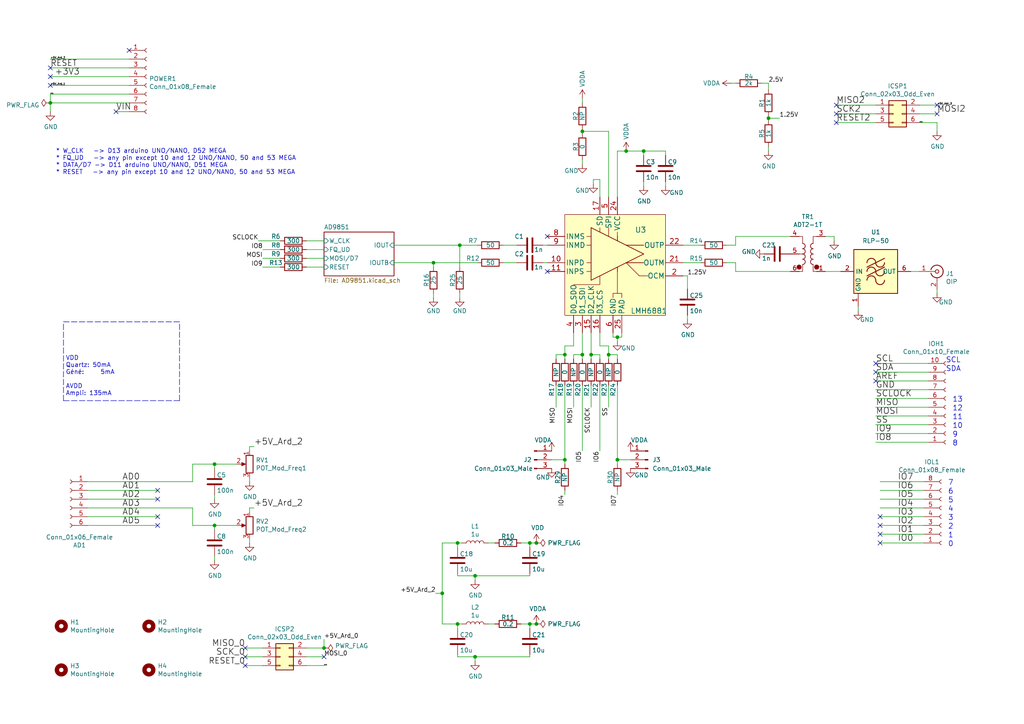
<source format=kicad_sch>
(kicad_sch (version 20211123) (generator eeschema)
  (paper "A4")
  (lib_symbols
    (symbol "Connector:Conn_01x03_Male" (pin_names (offset 1.016) hide)
      (property "Reference" "J" (at 0 5.08 0))
      (property "Value" "Conn_01x03_Male" (at 0 -5.08 0))
      (symbol "Conn_01x03_Male_1_1"
        (pin passive line (at 5.08 2.54 180) (length 3.81) (name "Pin_1") (number "1"))
        (pin passive line (at 5.08 0 180) (length 3.81) (name "Pin_2") (number "2"))
        (pin passive line (at 5.08 -2.54 180) (length 3.81) (name "Pin_3") (number "3"))
      )
    )
    (symbol "Connector:Conn_01x06_Female" (pin_names (offset 1.016) hide)
      (property "Reference" "J" (at 0 7.62 0))
      (property "Value" "Conn_01x06_Female" (at 0 -10.16 0))
      (symbol "Conn_01x06_Female_1_1"
        (pin passive line (at -5.08 5.08 0) (length 3.81) (name "Pin_1") (number "1"))
        (pin passive line (at -5.08 2.54 0) (length 3.81) (name "Pin_2") (number "2"))
        (pin passive line (at -5.08 0 0) (length 3.81) (name "Pin_3") (number "3"))
        (pin passive line (at -5.08 -2.54 0) (length 3.81) (name "Pin_4") (number "4"))
        (pin passive line (at -5.08 -5.08 0) (length 3.81) (name "Pin_5") (number "5"))
        (pin passive line (at -5.08 -7.62 0) (length 3.81) (name "Pin_6") (number "6"))
      )
    )
    (symbol "Connector:Conn_01x08_Female" (pin_names (offset 1.016) hide)
      (property "Reference" "J" (at 0 10.16 0))
      (property "Value" "Conn_01x08_Female" (at 0 -12.7 0))
      (symbol "Conn_01x08_Female_1_1"
        (pin passive line (at -5.08 7.62 0) (length 3.81) (name "Pin_1") (number "1"))
        (pin passive line (at -5.08 5.08 0) (length 3.81) (name "Pin_2") (number "2"))
        (pin passive line (at -5.08 2.54 0) (length 3.81) (name "Pin_3") (number "3"))
        (pin passive line (at -5.08 0 0) (length 3.81) (name "Pin_4") (number "4"))
        (pin passive line (at -5.08 -2.54 0) (length 3.81) (name "Pin_5") (number "5"))
        (pin passive line (at -5.08 -5.08 0) (length 3.81) (name "Pin_6") (number "6"))
        (pin passive line (at -5.08 -7.62 0) (length 3.81) (name "Pin_7") (number "7"))
        (pin passive line (at -5.08 -10.16 0) (length 3.81) (name "Pin_8") (number "8"))
      )
    )
    (symbol "Connector:Conn_01x10_Female" (pin_names (offset 1.016) hide)
      (property "Reference" "J" (at 0 12.7 0))
      (property "Value" "Conn_01x10_Female" (at 0 -15.24 0))
      (symbol "Conn_01x10_Female_1_1"
        (pin passive line (at -5.08 10.16 0) (length 3.81) (name "Pin_1") (number "1"))
        (pin passive line (at -5.08 -12.7 0) (length 3.81) (name "Pin_10") (number "10"))
        (pin passive line (at -5.08 7.62 0) (length 3.81) (name "Pin_2") (number "2"))
        (pin passive line (at -5.08 5.08 0) (length 3.81) (name "Pin_3") (number "3"))
        (pin passive line (at -5.08 2.54 0) (length 3.81) (name "Pin_4") (number "4"))
        (pin passive line (at -5.08 0 0) (length 3.81) (name "Pin_5") (number "5"))
        (pin passive line (at -5.08 -2.54 0) (length 3.81) (name "Pin_6") (number "6"))
        (pin passive line (at -5.08 -5.08 0) (length 3.81) (name "Pin_7") (number "7"))
        (pin passive line (at -5.08 -7.62 0) (length 3.81) (name "Pin_8") (number "8"))
        (pin passive line (at -5.08 -10.16 0) (length 3.81) (name "Pin_9") (number "9"))
      )
    )
    (symbol "Connector:Conn_Coaxial" (pin_names (offset 1.016) hide)
      (property "Reference" "J" (at 0.254 3.048 0))
      (property "Value" "Conn_Coaxial" (at 2.921 0 90))
      (symbol "Conn_Coaxial_1_1"
        (pin passive line (at -5.08 0 0) (length 2.54) (name "In") (number "1"))
        (pin passive line (at 0 -5.08 90) (length 2.54) (name "Ext") (number "2"))
      )
    )
    (symbol "Connector_Generic:Conn_02x03_Odd_Even" (pin_names (offset 1.016) hide)
      (property "Reference" "J" (at 1.27 5.08 0))
      (property "Value" "Conn_02x03_Odd_Even" (at 1.27 -5.08 0))
      (symbol "Conn_02x03_Odd_Even_1_1"
        (pin passive line (at -5.08 2.54 0) (length 3.81) (name "Pin_1") (number "1"))
        (pin passive line (at 7.62 2.54 180) (length 3.81) (name "Pin_2") (number "2"))
        (pin passive line (at -5.08 0 0) (length 3.81) (name "Pin_3") (number "3"))
        (pin passive line (at 7.62 0 180) (length 3.81) (name "Pin_4") (number "4"))
        (pin passive line (at -5.08 -2.54 0) (length 3.81) (name "Pin_5") (number "5"))
        (pin passive line (at 7.62 -2.54 180) (length 3.81) (name "Pin_6") (number "6"))
      )
    )
    (symbol "Device:C" (pin_numbers hide) (pin_names (offset 0.254))
      (property "Reference" "C" (at 0.635 2.54 0))
      (property "Value" "C" (at 0.635 -2.54 0))
      (symbol "C_1_1"
        (pin passive line (at 0 3.81 270) (length 2.794) (name "~") (number "1"))
        (pin passive line (at 0 -3.81 90) (length 2.794) (name "~") (number "2"))
      )
    )
    (symbol "Device:L" (pin_numbers hide) (pin_names (offset 1.016) hide)
      (property "Reference" "L" (at -1.27 0 90))
      (property "Value" "L" (at 1.905 0 90))
      (symbol "L_1_1"
        (pin passive line (at 0 3.81 270) (length 1.27) (name "1") (number "1"))
        (pin passive line (at 0 -3.81 90) (length 1.27) (name "2") (number "2"))
      )
    )
    (symbol "Device:R" (pin_numbers hide) (pin_names (offset 0))
      (property "Reference" "R" (at 2.032 0 90))
      (property "Value" "R" (at 0 0 90))
      (symbol "R_1_1"
        (pin passive line (at 0 3.81 270) (length 1.27) (name "~") (number "1"))
        (pin passive line (at 0 -3.81 90) (length 1.27) (name "~") (number "2"))
      )
    )
    (symbol "Device:R_Potentiometer" (pin_names (offset 1.016) hide)
      (property "Reference" "RV" (at -4.445 0 90))
      (property "Value" "R_Potentiometer" (at -2.54 0 90))
      (symbol "R_Potentiometer_1_1"
        (pin passive line (at 0 3.81 270) (length 1.27) (name "1") (number "1"))
        (pin passive line (at 3.81 0 180) (length 1.27) (name "2") (number "2"))
        (pin passive line (at 0 -3.81 90) (length 1.27) (name "3") (number "3"))
      )
    )
    (symbol "LibPersoNadj:ADT2-1T" (pin_names hide)
      (property "Reference" "TR" (at 0 -6.35 0))
      (property "Value" "ADT2-1T" (at 0 6.985 0))
      (symbol "ADT2-1T_1_1"
        (pin passive line (at -5.08 5.08 0) (length 2.54) (name "~") (number "1"))
        (pin no_connect line (at -2.54 0 0) (length 2.54) hide (name "~") (number "2"))
        (pin passive line (at -5.08 -5.08 0) (length 2.54) (name "~") (number "3"))
        (pin passive line (at 5.08 -5.08 180) (length 2.54) (name "~") (number "4"))
        (pin passive line (at 5.08 0 180) (length 2.54) (name "~") (number "5"))
        (pin passive line (at 5.08 5.08 180) (length 2.54) (name "~") (number "6"))
      )
    )
    (symbol "LibPersoNadj:LMH6881" (pin_names (offset 0.254))
      (property "Reference" "U" (at 0 2.54 0))
      (property "Value" "LMH6881" (at 0 0 0))
      (property "Datasheet" "https://www.ti.com/lit/ds/symlink/lmh6881.pdf" (at 0 0 0))
      (symbol "LMH6881_1_1"
        (pin no_connect line (at 10.16 -17.78 90) (length 5.08) hide (name "NC") (number "1"))
        (pin input line (at -20.32 -2.54 0) (length 5.08) (name "INPD") (number "10"))
        (pin input line (at -20.32 -5.08 0) (length 5.08) (name "INPS") (number "11"))
        (pin power_in line (at -1.27 -22.86 90) (length 5.08) hide (name "GND") (number "12"))
        (pin power_in line (at -1.27 -22.86 90) (length 5.08) hide (name "GND") (number "13"))
        (pin no_connect line (at 7.62 -17.78 90) (length 5.08) hide (name "NC") (number "14"))
        (pin input line (at -7.62 -22.86 90) (length 5.08) (name "D2_CLK") (number "15"))
        (pin input line (at -5.08 -22.86 90) (length 5.08) (name "D3_CS") (number "16"))
        (pin input line (at -5.08 16.51 270) (length 5.08) (name "SD") (number "17"))
        (pin no_connect line (at 5.08 -17.78 90) (length 5.08) hide (name "NC") (number "18"))
        (pin power_in line (at 0 16.51 270) (length 5.08) hide (name "VCC") (number "19"))
        (pin output line (at 19.05 -6.35 180) (length 5.08) (name "OCM") (number "2"))
        (pin power_in line (at 0 16.51 270) (length 5.08) hide (name "VCC") (number "20"))
        (pin output line (at 19.05 -2.54 180) (length 5.08) (name "OUTM") (number "21"))
        (pin output line (at 19.05 2.54 180) (length 5.08) (name "OUTP") (number "22"))
        (pin power_in line (at 0 16.51 270) (length 5.08) hide (name "VCC") (number "23"))
        (pin power_in line (at 0 16.51 270) (length 5.08) (name "VCC") (number "24"))
        (pin power_in line (at 1.27 -22.86 90) (length 5.08) (name "PAD") (number "25"))
        (pin input line (at -10.16 -22.86 90) (length 5.08) (name "D1_SDI") (number "3"))
        (pin bidirectional line (at -12.7 -22.86 90) (length 5.08) (name "D0_SDO") (number "4"))
        (pin input line (at -2.54 16.51 270) (length 5.08) (name "SPI") (number "5"))
        (pin power_in line (at -1.27 -22.86 90) (length 5.08) (name "GND") (number "6"))
        (pin power_in line (at -1.27 -22.86 90) (length 5.08) hide (name "GND") (number "7"))
        (pin input line (at -20.32 5.08 0) (length 5.08) (name "INMS") (number "8"))
        (pin input line (at -20.32 2.54 0) (length 5.08) (name "INMD") (number "9"))
      )
    )
    (symbol "Mechanical:MountingHole" (pin_names (offset 1.016))
      (property "Reference" "H" (at 0 5.08 0))
      (property "Value" "MountingHole" (at 0 3.175 0))
    )
    (symbol "RF_Filter:RLP-30"
      (property "Reference" "U" (at -6.35 7.62 0))
      (property "Value" "RLP-30" (at 6.35 7.62 0))
      (symbol "RLP-30_1_1"
        (pin power_in line (at -5.08 -10.16 90) (length 3.81) (name "GND") (number "1"))
        (pin input line (at -10.16 0 0) (length 3.81) (name "IN") (number "2"))
        (pin passive line (at -5.08 -10.16 90) (length 3.81) hide (name "GND") (number "3"))
        (pin passive line (at -5.08 -10.16 90) (length 3.81) hide (name "GND") (number "4"))
        (pin passive line (at -5.08 -10.16 90) (length 3.81) hide (name "GND") (number "5"))
        (pin output line (at 10.16 0 180) (length 3.81) (name "OUT") (number "6"))
        (pin passive line (at -5.08 -10.16 90) (length 3.81) hide (name "GND") (number "7"))
        (pin passive line (at -5.08 -10.16 90) (length 3.81) hide (name "GND") (number "8"))
      )
    )
    (symbol "power:GND" (power) (pin_names (offset 0))
      (property "Value" "GND" (at 0 -3.81 0))
      (symbol "GND_1_1"
        (pin power_in line (at 0 0 270) (length 0) hide (name "GND") (number "1"))
      )
    )
    (symbol "power:PWR_FLAG" (power) (pin_numbers hide) (pin_names (offset 0) hide)
      (property "Value" "PWR_FLAG" (at 0 3.81 0))
      (symbol "PWR_FLAG_0_0"
        (pin power_out line (at 0 0 90) (length 0) (name "pwr") (number "1"))
      )
    )
    (symbol "power:VDD" (power) (pin_names (offset 0))
      (property "Value" "VDD" (at 0 3.81 0))
      (symbol "VDD_1_1"
        (pin power_in line (at 0 0 90) (length 0) hide (name "VDD") (number "1"))
      )
    )
    (symbol "power:VDDA" (power) (pin_names (offset 0))
      (property "Value" "VDDA" (at 0 3.81 0))
      (symbol "VDDA_1_1"
        (pin power_in line (at 0 0 90) (length 0) hide (name "VDDA") (number "1"))
      )
    )
  )
  (junction (at 125.73 76.2))
  (junction (at 133.35 71.12))
  (junction (at 222.885 34.29))
  (junction (at 153.67 180.975))
  (junction (at 179.07 97.79))
  (junction (at 171.45 102.87))
  (junction (at 168.91 38.1))
  (junction (at 176.53 102.87))
  (junction (at 168.91 102.87))
  (junction (at 132.715 157.48))
  (junction (at 163.83 102.87))
  (junction (at 137.795 190.5))
  (junction (at 179.07 133.35))
  (junction (at 137.795 167.005))
  (junction (at 132.715 180.975))
  (junction (at 181.61 43.815))
  (junction (at 155.575 180.975))
  (junction (at 93.98 187.96))
  (junction (at 128.27 172.085))
  (junction (at 163.83 133.35))
  (junction (at 186.69 43.815))
  (junction (at 14.605 29.845))
  (junction (at 62.23 134.62))
  (junction (at 153.67 157.48))
  (junction (at 62.23 152.4))
  (junction (at 155.575 157.48))
  (no_connect (at 45.72 144.78))
  (no_connect (at 242.57 33.02))
  (no_connect (at 254 110.49))
  (no_connect (at 45.72 152.4))
  (no_connect (at 255.27 152.4))
  (no_connect (at 255.27 149.86))
  (no_connect (at 158.75 68.58))
  (no_connect (at 158.75 78.74))
  (no_connect (at 14.605 19.685))
  (no_connect (at 254 107.95))
  (no_connect (at 14.605 22.225))
  (no_connect (at 37.465 14.605))
  (no_connect (at 71.12 193.04))
  (no_connect (at 255.27 157.48))
  (no_connect (at 271.78 30.48))
  (no_connect (at 71.12 187.96))
  (no_connect (at 45.72 142.24))
  (no_connect (at 242.57 35.56))
  (no_connect (at 14.605 24.765))
  (no_connect (at 242.57 30.48))
  (no_connect (at 71.12 190.5))
  (no_connect (at 33.655 32.385))
  (no_connect (at 271.78 33.02))
  (no_connect (at 254 105.41))
  (no_connect (at 255.27 154.94))
  (no_connect (at 45.72 149.86))
  (no_connect (at 93.98 190.5))
  (wire (pts (xy 168.91 102.87) (xy 168.91 104.14)))
  (wire (pts (xy 255.27 152.4) (xy 267.97 152.4)))
  (wire (pts (xy 163.83 142.24) (xy 163.83 143.51)))
  (wire (pts (xy 176.53 102.87) (xy 179.07 102.87)))
  (wire (pts (xy 146.05 76.2) (xy 149.86 76.2)))
  (wire (pts (xy 125.73 85.09) (xy 125.73 86.36)))
  (wire (pts (xy 179.07 97.79) (xy 179.07 99.06)))
  (wire (pts (xy 239.395 68.58) (xy 241.935 68.58)))
  (wire (pts (xy 55.88 134.62) (xy 55.88 139.7)))
  (wire (pts (xy 199.39 80.01) (xy 199.39 83.82)))
  (wire (pts (xy 213.36 78.74) (xy 229.235 78.74)))
  (wire (pts (xy 163.83 100.33) (xy 163.83 102.87)))
  (wire (pts (xy 176.53 57.15) (xy 176.53 38.1)))
  (wire (pts (xy 33.655 32.385) (xy 37.465 32.385)))
  (wire (pts (xy 37.465 27.305) (xy 14.605 27.305)))
  (wire (pts (xy 62.23 135.89) (xy 62.23 134.62)))
  (wire (pts (xy 76.2 190.5) (xy 71.12 190.5)))
  (wire (pts (xy 168.91 28.575) (xy 168.91 29.845)))
  (wire (pts (xy 199.39 91.44) (xy 199.39 92.71)))
  (wire (pts (xy 14.605 27.305) (xy 14.605 29.845)))
  (wire (pts (xy 177.8 96.52) (xy 177.8 97.79)))
  (wire (pts (xy 133.35 71.12) (xy 138.43 71.12)))
  (wire (pts (xy 254 128.27) (xy 269.24 128.27)))
  (wire (pts (xy 255.27 154.94) (xy 267.97 154.94)))
  (wire (pts (xy 93.98 193.04) (xy 88.9 193.04)))
  (polyline (pts (xy 18.415 93.98) (xy 18.415 116.205)))
  (wire (pts (xy 72.39 129.54) (xy 73.66 129.54)))
  (wire (pts (xy 88.9 74.93) (xy 93.98 74.93)))
  (wire (pts (xy 88.9 72.39) (xy 93.98 72.39)))
  (wire (pts (xy 239.395 78.74) (xy 243.84 78.74)))
  (wire (pts (xy 160.02 133.35) (xy 163.83 133.35)))
  (wire (pts (xy 173.99 130.81) (xy 173.99 111.76)))
  (wire (pts (xy 168.91 38.1) (xy 168.91 38.735)))
  (wire (pts (xy 166.37 111.76) (xy 166.37 118.11)))
  (wire (pts (xy 173.99 52.07) (xy 173.99 57.15)))
  (wire (pts (xy 193.04 43.815) (xy 193.04 45.085)))
  (wire (pts (xy 76.2 187.96) (xy 71.12 187.96)))
  (wire (pts (xy 37.465 22.225) (xy 14.605 22.225)))
  (wire (pts (xy 88.9 190.5) (xy 93.98 190.5)))
  (wire (pts (xy 132.715 189.865) (xy 132.715 190.5)))
  (polyline (pts (xy 52.07 93.345) (xy 18.415 93.345)))
  (wire (pts (xy 255.27 144.78) (xy 267.97 144.78)))
  (wire (pts (xy 213.36 68.58) (xy 229.235 68.58)))
  (wire (pts (xy 254 110.49) (xy 269.24 110.49)))
  (wire (pts (xy 133.35 85.09) (xy 133.35 86.36)))
  (wire (pts (xy 166.37 102.87) (xy 168.91 102.87)))
  (wire (pts (xy 153.67 157.48) (xy 155.575 157.48)))
  (wire (pts (xy 55.88 152.4) (xy 62.23 152.4)))
  (wire (pts (xy 254 105.41) (xy 269.24 105.41)))
  (wire (pts (xy 161.29 102.87) (xy 163.83 102.87)))
  (wire (pts (xy 271.78 33.02) (xy 266.7 33.02)))
  (wire (pts (xy 254 115.57) (xy 269.24 115.57)))
  (wire (pts (xy 254 120.65) (xy 269.24 120.65)))
  (wire (pts (xy 193.04 52.705) (xy 193.04 53.975)))
  (wire (pts (xy 157.48 76.2) (xy 158.75 76.2)))
  (wire (pts (xy 213.36 76.2) (xy 213.36 78.74)))
  (wire (pts (xy 254 118.11) (xy 269.24 118.11)))
  (wire (pts (xy 168.91 37.465) (xy 168.91 38.1)))
  (wire (pts (xy 153.67 180.975) (xy 153.67 182.245)))
  (wire (pts (xy 153.67 190.5) (xy 153.67 189.865)))
  (wire (pts (xy 180.34 97.79) (xy 180.34 96.52)))
  (wire (pts (xy 266.7 30.48) (xy 271.78 30.48)))
  (wire (pts (xy 153.67 157.48) (xy 153.67 158.75)))
  (wire (pts (xy 161.29 104.14) (xy 161.29 102.87)))
  (wire (pts (xy 181.61 43.815) (xy 179.07 43.815)))
  (wire (pts (xy 132.715 167.005) (xy 137.795 167.005)))
  (wire (pts (xy 255.27 142.24) (xy 267.97 142.24)))
  (wire (pts (xy 168.91 96.52) (xy 168.91 102.87)))
  (wire (pts (xy 128.27 172.085) (xy 128.27 157.48)))
  (wire (pts (xy 176.53 111.76) (xy 176.53 118.11)))
  (wire (pts (xy 248.92 88.9) (xy 248.92 90.17)))
  (wire (pts (xy 210.82 71.12) (xy 213.36 71.12)))
  (wire (pts (xy 222.885 42.545) (xy 222.885 43.815)))
  (wire (pts (xy 153.67 180.975) (xy 155.575 180.975)))
  (wire (pts (xy 222.885 34.29) (xy 226.06 34.29)))
  (wire (pts (xy 210.82 76.2) (xy 213.36 76.2)))
  (wire (pts (xy 14.605 17.145) (xy 37.465 17.145)))
  (wire (pts (xy 168.91 46.355) (xy 168.91 47.625)))
  (wire (pts (xy 14.605 29.845) (xy 14.605 32.385)))
  (wire (pts (xy 254 125.73) (xy 269.24 125.73)))
  (wire (pts (xy 179.07 102.87) (xy 179.07 104.14)))
  (wire (pts (xy 176.53 100.33) (xy 176.53 102.87)))
  (wire (pts (xy 179.07 97.79) (xy 180.34 97.79)))
  (wire (pts (xy 76.2 74.93) (xy 81.28 74.93)))
  (wire (pts (xy 55.88 134.62) (xy 62.23 134.62)))
  (wire (pts (xy 88.9 69.85) (xy 93.98 69.85)))
  (wire (pts (xy 269.24 113.03) (xy 254 113.03)))
  (wire (pts (xy 179.07 111.76) (xy 179.07 133.35)))
  (wire (pts (xy 93.98 185.42) (xy 93.98 187.96)))
  (wire (pts (xy 157.48 71.12) (xy 158.75 71.12)))
  (wire (pts (xy 242.57 33.02) (xy 254 33.02)))
  (wire (pts (xy 141.605 157.48) (xy 143.51 157.48)))
  (wire (pts (xy 72.39 130.81) (xy 72.39 129.54)))
  (wire (pts (xy 198.12 71.12) (xy 203.2 71.12)))
  (wire (pts (xy 255.27 139.7) (xy 267.97 139.7)))
  (wire (pts (xy 163.83 102.87) (xy 163.83 104.14)))
  (wire (pts (xy 128.27 157.48) (xy 132.715 157.48)))
  (wire (pts (xy 242.57 30.48) (xy 254 30.48)))
  (wire (pts (xy 220.98 24.13) (xy 222.885 24.13)))
  (wire (pts (xy 171.45 111.76) (xy 171.45 118.11)))
  (wire (pts (xy 25.4 147.32) (xy 55.88 147.32)))
  (wire (pts (xy 271.78 35.56) (xy 271.78 38.1)))
  (wire (pts (xy 72.39 147.32) (xy 73.66 147.32)))
  (wire (pts (xy 163.83 111.76) (xy 163.83 133.35)))
  (wire (pts (xy 132.715 190.5) (xy 137.795 190.5)))
  (wire (pts (xy 132.715 180.975) (xy 133.985 180.975)))
  (wire (pts (xy 172.085 52.07) (xy 173.99 52.07)))
  (wire (pts (xy 179.07 133.35) (xy 179.07 134.62)))
  (wire (pts (xy 128.27 172.085) (xy 128.27 180.975)))
  (wire (pts (xy 151.13 180.975) (xy 153.67 180.975)))
  (wire (pts (xy 45.72 142.24) (xy 25.4 142.24)))
  (wire (pts (xy 171.45 102.87) (xy 173.99 102.87)))
  (wire (pts (xy 37.465 29.845) (xy 14.605 29.845)))
  (wire (pts (xy 186.69 43.815) (xy 186.69 45.085)))
  (wire (pts (xy 264.16 78.74) (xy 266.7 78.74)))
  (wire (pts (xy 93.98 187.96) (xy 88.9 187.96)))
  (wire (pts (xy 141.605 180.975) (xy 143.51 180.975)))
  (wire (pts (xy 125.73 76.2) (xy 138.43 76.2)))
  (wire (pts (xy 132.715 180.975) (xy 132.715 182.245)))
  (wire (pts (xy 62.23 134.62) (xy 68.58 134.62)))
  (wire (pts (xy 172.085 52.07) (xy 172.085 53.34)))
  (wire (pts (xy 72.39 148.59) (xy 72.39 147.32)))
  (wire (pts (xy 173.99 96.52) (xy 173.99 100.33)))
  (wire (pts (xy 254 107.95) (xy 269.24 107.95)))
  (wire (pts (xy 76.2 77.47) (xy 81.28 77.47)))
  (wire (pts (xy 72.39 156.21) (xy 72.39 157.48)))
  (wire (pts (xy 14.605 24.765) (xy 37.465 24.765)))
  (wire (pts (xy 72.39 138.43) (xy 72.39 139.7)))
  (wire (pts (xy 255.27 147.32) (xy 267.97 147.32)))
  (wire (pts (xy 137.795 190.5) (xy 137.795 191.77)))
  (wire (pts (xy 176.53 102.87) (xy 176.53 104.14)))
  (wire (pts (xy 76.2 72.39) (xy 81.28 72.39)))
  (wire (pts (xy 222.885 34.29) (xy 222.885 34.925)))
  (wire (pts (xy 114.3 71.12) (xy 133.35 71.12)))
  (wire (pts (xy 14.605 19.685) (xy 37.465 19.685)))
  (wire (pts (xy 254 123.19) (xy 269.24 123.19)))
  (wire (pts (xy 132.715 157.48) (xy 133.985 157.48)))
  (wire (pts (xy 168.91 111.76) (xy 168.91 130.81)))
  (wire (pts (xy 166.37 100.33) (xy 166.37 96.52)))
  (wire (pts (xy 171.45 96.52) (xy 171.45 102.87)))
  (wire (pts (xy 177.8 97.79) (xy 179.07 97.79)))
  (wire (pts (xy 161.29 111.76) (xy 161.29 118.11)))
  (wire (pts (xy 163.83 133.35) (xy 163.83 134.62)))
  (wire (pts (xy 255.27 157.48) (xy 267.97 157.48)))
  (wire (pts (xy 186.69 52.705) (xy 186.69 53.975)))
  (wire (pts (xy 62.23 153.67) (xy 62.23 152.4)))
  (wire (pts (xy 198.12 80.01) (xy 199.39 80.01)))
  (wire (pts (xy 71.12 193.04) (xy 76.2 193.04)))
  (wire (pts (xy 213.36 71.12) (xy 213.36 68.58)))
  (wire (pts (xy 179.07 43.815) (xy 179.07 57.15)))
  (wire (pts (xy 179.07 133.35) (xy 182.88 133.35)))
  (wire (pts (xy 222.885 33.655) (xy 222.885 34.29)))
  (wire (pts (xy 132.715 157.48) (xy 132.715 158.75)))
  (wire (pts (xy 126.365 172.085) (xy 128.27 172.085)))
  (wire (pts (xy 222.885 24.13) (xy 222.885 26.035)))
  (wire (pts (xy 45.72 144.78) (xy 25.4 144.78)))
  (wire (pts (xy 198.12 76.2) (xy 203.2 76.2)))
  (wire (pts (xy 266.7 35.56) (xy 271.78 35.56)))
  (wire (pts (xy 25.4 139.7) (xy 55.88 139.7)))
  (wire (pts (xy 186.69 43.815) (xy 181.61 43.815)))
  (wire (pts (xy 193.04 43.815) (xy 186.69 43.815)))
  (wire (pts (xy 45.72 152.4) (xy 25.4 152.4)))
  (wire (pts (xy 125.73 76.2) (xy 125.73 77.47)))
  (wire (pts (xy 166.37 104.14) (xy 166.37 102.87)))
  (wire (pts (xy 173.99 102.87) (xy 173.99 104.14)))
  (wire (pts (xy 163.83 100.33) (xy 166.37 100.33)))
  (wire (pts (xy 137.795 190.5) (xy 153.67 190.5)))
  (wire (pts (xy 151.13 157.48) (xy 153.67 157.48)))
  (wire (pts (xy 62.23 143.51) (xy 62.23 144.78)))
  (wire (pts (xy 241.935 68.58) (xy 241.935 69.85)))
  (polyline (pts (xy 18.415 116.205) (xy 52.07 116.205)))
  (wire (pts (xy 62.23 161.29) (xy 62.23 162.56)))
  (wire (pts (xy 242.57 35.56) (xy 254 35.56)))
  (wire (pts (xy 179.07 142.24) (xy 179.07 143.51)))
  (wire (pts (xy 168.91 38.1) (xy 176.53 38.1)))
  (wire (pts (xy 171.45 102.87) (xy 171.45 104.14)))
  (wire (pts (xy 55.88 147.32) (xy 55.88 152.4)))
  (polyline (pts (xy 52.07 116.205) (xy 52.07 93.345)))
  (wire (pts (xy 146.05 71.12) (xy 149.86 71.12)))
  (wire (pts (xy 88.9 77.47) (xy 93.98 77.47)))
  (wire (pts (xy 255.27 149.86) (xy 267.97 149.86)))
  (wire (pts (xy 173.99 100.33) (xy 176.53 100.33)))
  (wire (pts (xy 45.72 149.86) (xy 25.4 149.86)))
  (wire (pts (xy 137.795 167.005) (xy 137.795 168.275)))
  (wire (pts (xy 153.67 167.005) (xy 153.67 166.37)))
  (wire (pts (xy 212.09 24.13) (xy 213.36 24.13)))
  (wire (pts (xy 114.3 76.2) (xy 125.73 76.2)))
  (wire (pts (xy 62.23 152.4) (xy 68.58 152.4)))
  (wire (pts (xy 81.28 69.85) (xy 74.93 69.85)))
  (wire (pts (xy 271.78 83.82) (xy 271.78 85.09)))
  (wire (pts (xy 137.795 167.005) (xy 153.67 167.005)))
  (wire (pts (xy 133.35 71.12) (xy 133.35 77.47)))
  (wire (pts (xy 128.27 180.975) (xy 132.715 180.975)))
  (wire (pts (xy 132.715 166.37) (xy 132.715 167.005)))
  (text "4" (at 274.955 148.59 0) (effects (font (size 1.4986 1.4986)) (justify left bottom)))
  (text "VDD\nQuartz: 50mA\nGéné:     5mA\n\nAVDD\nAmpli: 135mA" (at 19.05 114.935 0) (effects (font (size 1.27 1.27)) (justify left bottom)))
  (text "8" (at 276.225 129.54 0) (effects (font (size 1.4986 1.4986)) (justify left bottom)))
  (text "7" (at 274.955 140.97 0) (effects (font (size 1.4986 1.4986)) (justify left bottom)))
  (text "10" (at 276.225 124.46 0) (effects (font (size 1.4986 1.4986)) (justify left bottom)))
  (text "0" (at 274.955 158.75 0) (effects (font (size 1.4986 1.4986)) (justify left bottom)))
  (text "9" (at 276.225 127 0) (effects (font (size 1.4986 1.4986)) (justify left bottom)))
  (text "13" (at 276.225 116.84 0) (effects (font (size 1.4986 1.4986)) (justify left bottom)))
  (text "SDA" (at 274.32 107.95 0) (effects (font (size 1.4986 1.4986)) (justify left bottom)))
  (text "3" (at 274.955 151.13 0) (effects (font (size 1.4986 1.4986)) (justify left bottom)))
  (text "5" (at 274.955 146.05 0) (effects (font (size 1.4986 1.4986)) (justify left bottom)))
  (text "11" (at 276.225 121.92 0) (effects (font (size 1.4986 1.4986)) (justify left bottom)))
  (text "2" (at 274.955 153.67 0) (effects (font (size 1.4986 1.4986)) (justify left bottom)))
  (text "1" (at 274.955 156.21 0) (effects (font (size 1.4986 1.4986)) (justify left bottom)))
  (text " * W_CLK   -> D13 arduino UNO/NANO, D52 MEGA\n * FQ_UD   -> any pin except 10 and 12 UNO/NANO, 50 and 53 MEGA\n * DATA/D7 -> D11 arduino UNO/NANO, D51 MEGA\n * RESET   -> any pin except 10 and 12 UNO/NANO, 50 and 53 MEGA" (at 15.24 50.8 0) (effects (font (size 1.27 1.27)) (justify left bottom)))
  (text "SCL" (at 274.32 105.41 0) (effects (font (size 1.4986 1.4986)) (justify left bottom)))
  (text "6" (at 274.955 143.51 0) (effects (font (size 1.4986 1.4986)) (justify left bottom)))
  (text "12" (at 276.225 119.38 0) (effects (font (size 1.4986 1.4986)) (justify left bottom)))
  (label "IO5" (at 260.35 144.78 0) (effects (font (size 1.778 1.778))))
  (label "+3V3" (at 15.875 22.225 0) (effects (font (size 1.778 1.778))))
  (label "2.5V" (at 222.885 24.13 0))
  (label "MISO_0" (at 71.12 187.96 180) (effects (font (size 1.778 1.778))))
  (label "IO8" (at 254 128.27 0) (effects (font (size 1.778 1.778))))
  (label "AD1" (at 40.64 142.24 180) (effects (font (size 1.778 1.778))))
  (label "IO4" (at 163.83 143.51 270))
  (label "RESET_0" (at 71.12 193.04 180) (effects (font (size 1.6764 1.6764))))
  (label "MOSI" (at 254 120.65 0) (effects (font (size 1.778 1.778))))
  (label "AD5" (at 40.64 152.4 180) (effects (font (size 1.778 1.778))))
  (label "IO7" (at 260.35 139.7 0) (effects (font (size 1.778 1.778))))
  (label "MISO" (at 254 118.11 0) (effects (font (size 1.778 1.778))))
  (label "IO9" (at 254 125.73 0) (effects (font (size 1.778 1.778))))
  (label "SCK2" (at 242.57 33.02 0) (effects (font (size 1.778 1.778))))
  (label "AREF" (at 254 110.49 0) (effects (font (size 1.778 1.778))))
  (label "IO0" (at 260.35 157.48 0) (effects (font (size 1.778 1.778))))
  (label "+5V_Ard_0" (at 93.98 185.42 0) (effects (font (size 1.2446 1.2446))))
  (label "AD3" (at 40.64 147.32 180) (effects (font (size 1.778 1.778))))
  (label "MOSI" (at 166.37 118.11 270))
  (label "SCLOCK" (at 74.93 69.85 180))
  (label "1.25V" (at 226.06 34.29 0))
  (label "+5V_Ard_2" (at 126.365 172.085 180))
  (label "+5V_Ard_2" (at 73.66 147.32 0) (effects (font (size 1.778 1.778))))
  (label "RESET" (at 14.605 19.685 0) (effects (font (size 1.6764 1.6764))))
  (label "IO6" (at 173.99 130.81 270))
  (label "SCL" (at 254 105.41 0) (effects (font (size 1.778 1.778))))
  (label "IO4" (at 260.35 147.32 0) (effects (font (size 1.778 1.778))))
  (label "MOSI2" (at 271.78 33.02 0) (effects (font (size 1.778 1.778))))
  (label "+5V_Ard_1" (at 14.605 24.765 0) (effects (font (size 0.5334 0.5334))))
  (label "MOSI" (at 76.2 74.93 180))
  (label "VIN" (at 33.655 32.385 0) (effects (font (size 1.778 1.778))))
  (label "SCK_0" (at 71.12 190.5 180) (effects (font (size 1.778 1.778))))
  (label "IO3" (at 260.35 149.86 0) (effects (font (size 1.778 1.778))))
  (label "GND" (at 254 113.03 0) (effects (font (size 1.778 1.778))))
  (label "IO5" (at 168.91 130.81 270))
  (label "IO8" (at 76.2 72.39 180))
  (label "SS" (at 254 123.19 0) (effects (font (size 1.778 1.778))))
  (label "IO6" (at 260.35 142.24 0) (effects (font (size 1.778 1.778))))
  (label "IO2" (at 260.35 152.4 0) (effects (font (size 1.778 1.778))))
  (label "RESET2" (at 242.57 35.56 0) (effects (font (size 1.778 1.778))))
  (label "SS" (at 176.53 118.11 270))
  (label "MOSI_0" (at 93.98 190.5 0) (effects (font (size 1.2446 1.2446))))
  (label "IO1" (at 260.35 154.94 0) (effects (font (size 1.778 1.778))))
  (label "SCLOCK" (at 171.45 118.11 270))
  (label "GND" (at 14.605 27.305 0) (effects (font (size 0.254 0.254))))
  (label "MISO2" (at 242.57 30.48 0) (effects (font (size 1.778 1.778))))
  (label "1.25V" (at 199.39 80.01 0))
  (label "AD0" (at 40.64 139.7 180) (effects (font (size 1.778 1.778))))
  (label "SCLOCK" (at 254 115.57 0) (effects (font (size 1.778 1.778))))
  (label "IO9" (at 76.2 77.47 180))
  (label "AD2" (at 40.64 144.78 180) (effects (font (size 1.778 1.778))))
  (label "+5V_Adr_3" (at 271.78 30.48 0) (effects (font (size 0.5334 0.5334))))
  (label "SDA" (at 254 107.95 0) (effects (font (size 1.778 1.778))))
  (label "+5V_Ard_2" (at 73.66 129.54 0) (effects (font (size 1.778 1.778))))
  (label "GND" (at 266.7 35.56 0) (effects (font (size 0.254 0.254))))
  (label "AD4" (at 40.64 149.86 180) (effects (font (size 1.778 1.778))))
  (label "IO7" (at 179.07 143.51 270))
  (label "+5V_Ard_2" (at 14.605 17.145 0) (effects (font (size 0.5334 0.5334))))
  (label "GND" (at 93.98 193.04 0) (effects (font (size 0.254 0.254))))
  (label "MISO" (at 161.29 118.11 270))
  (symbol (lib_id "Connector:Conn_Coaxial") (at 271.78 78.74 0) (unit 1)
    (property "Reference" "J1" (at 274.32 79.375 0) (effects (justify left)))
    (property "Value" "OIP" (at 274.32 81.6864 0) (effects (justify left)))
    (property "Footprint" "Connector_Coaxial:SMA_Molex_73251-1153_EdgeMount_Horizontal" (effects hide))
    (property "Datasheet" " ~" (effects hide))
  )
  (symbol (lib_id "Mechanical:MountingHole") (at 17.78 181.61 0) (unit 1)
    (property "Reference" "H1" (at 20.32 180.4416 0) (effects (justify left)))
    (property "Value" "MountingHole" (at 20.32 182.753 0) (effects (justify left)))
    (property "Footprint" "MountingHole:MountingHole_3mm" (effects hide))
  )
  (symbol (lib_id "Mechanical:MountingHole") (at 43.18 194.31 0) (unit 1)
    (property "Reference" "H4" (at 45.72 193.1416 0) (effects (justify left)))
    (property "Value" "MountingHole" (at 45.72 195.453 0) (effects (justify left)))
    (property "Footprint" "MountingHole:MountingHole_3mm" (effects hide))
  )
  (symbol (lib_id "Mechanical:MountingHole") (at 43.18 181.61 0) (unit 1)
    (property "Reference" "H2" (at 45.72 180.4416 0) (effects (justify left)))
    (property "Value" "MountingHole" (at 45.72 182.753 0) (effects (justify left)))
    (property "Footprint" "MountingHole:MountingHole_3mm" (effects hide))
  )
  (symbol (lib_id "Mechanical:MountingHole") (at 17.78 194.31 0) (unit 1)
    (property "Reference" "H3" (at 20.32 193.1416 0) (effects (justify left)))
    (property "Value" "MountingHole" (at 20.32 195.453 0) (effects (justify left)))
    (property "Footprint" "MountingHole:MountingHole_3mm" (effects hide))
  )
  (symbol (lib_id "Connector:Conn_01x06_Female") (at 20.32 144.78 0) (mirror y) (unit 1)
    (property "Reference" "AD1" (at 23.0632 158.115 0))
    (property "Value" "Conn_01x06_Female" (at 23.0632 155.8036 0))
    (property "Footprint" "Connector_PinHeader_2.54mm:PinHeader_1x06_P2.54mm_Vertical" (effects hide))
  )
  (symbol (lib_id "Connector:Conn_01x08_Female") (at 273.05 149.86 0) (mirror x) (unit 1)
    (property "Reference" "IOL1" (at 270.3068 133.985 0))
    (property "Value" "Conn_01x08_Female" (at 270.3068 136.2964 0))
    (property "Footprint" "Connector_PinHeader_2.54mm:PinHeader_1x08_P2.54mm_Vertical" (effects hide))
  )
  (symbol (lib_id "Connector:Conn_01x08_Female") (at 42.545 22.225 0) (unit 1)
    (property "Reference" "POWER1" (at 43.2562 22.8346 0) (effects (justify left)))
    (property "Value" "Conn_01x08_Female" (at 43.2562 25.146 0) (effects (justify left)))
    (property "Footprint" "Connector_PinHeader_2.54mm:PinHeader_1x08_P2.54mm_Vertical" (effects hide))
  )
  (symbol (lib_id "Connector:Conn_01x10_Female") (at 274.32 118.11 0) (mirror x) (unit 1)
    (property "Reference" "IOH1" (at 271.5768 99.695 0))
    (property "Value" "Conn_01x10_Female" (at 271.5768 102.0064 0))
    (property "Footprint" "Connector_PinHeader_2.54mm:PinHeader_1x10_P2.54mm_Vertical" (effects hide))
  )
  (symbol (lib_id "Connector_Generic:Conn_02x03_Odd_Even") (at 259.08 33.02 0) (unit 1)
    (property "Reference" "ICSP1" (at 260.35 24.9682 0))
    (property "Value" "Conn_02x03_Odd_Even" (at 260.35 27.2796 0))
    (property "Footprint" "Connector_PinSocket_2.54mm:PinSocket_2x03_P2.54mm_Vertical" (effects hide))
  )
  (symbol (lib_id "Connector_Generic:Conn_02x03_Odd_Even") (at 81.28 190.5 0) (unit 1)
    (property "Reference" "ICSP2" (at 82.55 182.4482 0))
    (property "Value" "Conn_02x03_Odd_Even" (at 82.55 184.7596 0))
    (property "Footprint" "Connector_PinSocket_2.54mm:PinSocket_2x03_P2.54mm_Vertical" (effects hide))
  )
  (symbol (lib_id "Device:R_Potentiometer") (at 72.39 134.62 0) (mirror y) (unit 1)
    (property "Reference" "RV1" (at 74.168 133.4516 0) (effects (justify right)))
    (property "Value" "POT_Mod_Freq1" (at 74.168 135.763 0) (effects (justify right)))
    (property "Footprint" "Potentiometer_THT:Potentiometer_Bourns_3266Y_Vertical" (effects hide))
  )
  (symbol (lib_id "Device:R_Potentiometer") (at 72.39 152.4 0) (mirror y) (unit 1)
    (property "Reference" "RV2" (at 74.168 151.2316 0) (effects (justify right)))
    (property "Value" "POT_Mod_Freq2" (at 74.168 153.543 0) (effects (justify right)))
    (property "Footprint" "Potentiometer_THT:Potentiometer_Bourns_3266Y_Vertical" (effects hide))
  )
  (symbol (lib_id "power:GND") (at 72.39 139.7 0) (unit 1)
    (property "Reference" "#PWR03" (effects hide))
    (property "Value" "GND" (at 72.517 144.0942 0))
  )
  (symbol (lib_id "power:GND") (at 72.39 157.48 0) (unit 1)
    (property "Reference" "#PWR04" (effects hide))
    (property "Value" "GND" (at 72.517 161.8742 0))
  )
  (symbol (lib_id "Device:C") (at 62.23 139.7 180) (unit 1)
    (property "Reference" "C5" (at 62.865 137.795 0) (effects (justify right)))
    (property "Value" "100n" (at 62.865 142.24 0) (effects (justify right)))
    (property "Footprint" "Capacitor_SMD:C_0603_1608Metric_Pad1.08x0.95mm_HandSolder" (effects hide))
  )
  (symbol (lib_id "Device:C") (at 62.23 157.48 180) (unit 1)
    (property "Reference" "C8" (at 62.865 155.575 0) (effects (justify right)))
    (property "Value" "100n" (at 62.865 160.02 0) (effects (justify right)))
    (property "Footprint" "Capacitor_SMD:C_0603_1608Metric_Pad1.08x0.95mm_HandSolder" (effects hide))
  )
  (symbol (lib_id "power:GND") (at 62.23 144.78 0) (unit 1)
    (property "Reference" "#PWR0110" (effects hide))
    (property "Value" "GND" (at 62.357 149.1742 0))
  )
  (symbol (lib_id "power:GND") (at 62.23 162.56 0) (unit 1)
    (property "Reference" "#PWR0111" (effects hide))
    (property "Value" "GND" (at 62.357 166.9542 0))
  )
  (symbol (lib_id "Device:R") (at 217.17 24.13 270) (unit 1)
    (property "Reference" "R4" (at 217.17 22.225 90))
    (property "Value" "2k" (at 217.17 24.13 90))
    (property "Footprint" "Resistor_SMD:R_0603_1608Metric_Pad0.98x0.95mm_HandSolder" (effects hide))
  )
  (symbol (lib_id "power:GND") (at 222.885 43.815 0) (unit 1)
    (property "Reference" "#PWR08" (effects hide))
    (property "Value" "GND" (at 223.012 48.2092 0))
  )
  (symbol (lib_id "power:PWR_FLAG") (at 93.98 187.96 270) (unit 1)
    (property "Reference" "#FLG0102" (effects hide))
    (property "Value" "PWR_FLAG" (at 97.155 187.325 90) (effects (justify left)))
  )
  (symbol (lib_id "power:PWR_FLAG") (at 14.605 29.845 90) (unit 1)
    (property "Reference" "#FLG0103" (effects hide))
    (property "Value" "PWR_FLAG" (at 11.43 30.48 90) (effects (justify left)))
  )
  (symbol (lib_id "power:GND") (at 14.605 32.385 0) (unit 1)
    (property "Reference" "#PWR0101" (effects hide))
    (property "Value" "GND" (at 14.732 36.7792 0))
  )
  (symbol (lib_id "Device:L") (at 137.795 157.48 90) (unit 1)
    (property "Reference" "L1" (at 137.795 152.654 90))
    (property "Value" "1u" (at 137.795 154.9654 90))
    (property "Footprint" "Inductor_SMD:L_0603_1608Metric_Pad1.05x0.95mm_HandSolder" (effects hide))
    (property "Datasheet" "https://www.bourns.com/docs/product-datasheets/CWF1610.pdf" (effects hide))
  )
  (symbol (lib_id "Device:L") (at 137.795 180.975 90) (unit 1)
    (property "Reference" "L2" (at 137.795 176.149 90))
    (property "Value" "1u" (at 137.795 178.4604 90))
    (property "Footprint" "Inductor_SMD:L_0603_1608Metric_Pad1.05x0.95mm_HandSolder" (effects hide))
    (property "Datasheet" "https://www.bourns.com/docs/product-datasheets/CWF1610.pdf" (effects hide))
  )
  (symbol (lib_id "power:GND") (at 271.78 38.1 0) (unit 1)
    (property "Reference" "#PWR0103" (effects hide))
    (property "Value" "GND" (at 271.907 42.4942 0))
  )
  (symbol (lib_id "LibPersoNadj:LMH6881") (at 179.07 73.66 0) (unit 1)
    (property "Reference" "U3" (at 184.15 66.675 0) (effects (font (size 1.524 1.524)) (justify left)))
    (property "Value" "LMH6881" (at 182.88 90.17 0) (effects (font (size 1.524 1.524)) (justify left)))
    (property "Footprint" "Package_DFN_QFN:WQFN-24-1EP_4x4mm_P0.5mm_EP2.45x2.45mm_ThermalVias" (effects hide))
    (property "Datasheet" "https://www.ti.com/lit/ds/symlink/lmh6881.pdf" (effects hide))
  )
  (symbol (lib_id "Device:R") (at 222.885 29.845 0) (unit 1)
    (property "Reference" "R1" (at 220.98 29.845 90))
    (property "Value" "1k" (at 222.885 29.845 90))
    (property "Footprint" "Resistor_SMD:R_0603_1608Metric_Pad0.98x0.95mm_HandSolder" (effects hide))
  )
  (symbol (lib_id "Device:R") (at 222.885 38.735 0) (unit 1)
    (property "Reference" "R5" (at 220.98 38.735 90))
    (property "Value" "1k" (at 222.885 38.735 90))
    (property "Footprint" "Resistor_SMD:R_0603_1608Metric_Pad0.98x0.95mm_HandSolder" (effects hide))
  )
  (symbol (lib_id "Device:C") (at 132.715 186.055 180) (unit 1)
    (property "Reference" "C20" (at 133.35 184.15 0) (effects (justify right)))
    (property "Value" "10u" (at 133.35 188.595 0) (effects (justify right)))
    (property "Footprint" "Capacitor_SMD:C_0603_1608Metric_Pad1.08x0.95mm_HandSolder" (effects hide))
  )
  (symbol (lib_id "Device:C") (at 153.67 186.055 180) (unit 1)
    (property "Reference" "C21" (at 154.305 184.15 0) (effects (justify right)))
    (property "Value" "10u" (at 154.305 188.595 0) (effects (justify right)))
    (property "Footprint" "Capacitor_SMD:C_0603_1608Metric_Pad1.08x0.95mm_HandSolder" (effects hide))
  )
  (symbol (lib_id "power:VDD") (at 155.575 157.48 0) (unit 1)
    (property "Reference" "#PWR030" (effects hide))
    (property "Value" "VDD" (at 155.956 153.0858 0))
  )
  (symbol (lib_id "power:VDDA") (at 155.575 180.975 0) (unit 1)
    (property "Reference" "#PWR032" (effects hide))
    (property "Value" "VDDA" (at 155.956 176.5808 0))
  )
  (symbol (lib_id "power:PWR_FLAG") (at 155.575 157.48 270) (unit 1)
    (property "Reference" "#FLG01" (effects hide))
    (property "Value" "PWR_FLAG" (at 158.8262 157.48 90) (effects (justify left)))
  )
  (symbol (lib_id "Connector:Conn_01x03_Male") (at 154.94 133.35 0) (unit 1)
    (property "Reference" "J2" (at 153.035 133.35 0))
    (property "Value" "Conn_01x03_Male" (at 146.05 135.89 0))
    (property "Footprint" "Connector_PinHeader_2.54mm:PinHeader_1x03_P2.54mm_Vertical" (effects hide))
  )
  (symbol (lib_id "Connector:Conn_01x03_Male") (at 187.96 133.35 0) (mirror y) (unit 1)
    (property "Reference" "J3" (at 189.23 133.35 0) (effects (justify right)))
    (property "Value" "Conn_01x03_Male" (at 189.23 135.89 0) (effects (justify right)))
    (property "Footprint" "Connector_PinHeader_2.54mm:PinHeader_1x03_P2.54mm_Vertical" (effects hide))
  )
  (symbol (lib_id "power:PWR_FLAG") (at 155.575 180.975 270) (unit 1)
    (property "Reference" "#FLG02" (effects hide))
    (property "Value" "PWR_FLAG" (at 158.8262 180.975 90) (effects (justify left)))
  )
  (symbol (lib_id "Device:C") (at 132.715 162.56 180) (unit 1)
    (property "Reference" "C18" (at 133.35 160.655 0) (effects (justify right)))
    (property "Value" "10u" (at 133.35 165.1 0) (effects (justify right)))
    (property "Footprint" "Capacitor_SMD:C_0603_1608Metric_Pad1.08x0.95mm_HandSolder" (effects hide))
  )
  (symbol (lib_id "Device:C") (at 153.67 162.56 180) (unit 1)
    (property "Reference" "C19" (at 154.305 160.655 0) (effects (justify right)))
    (property "Value" "10u" (at 154.305 165.1 0) (effects (justify right)))
    (property "Footprint" "Capacitor_SMD:C_0603_1608Metric_Pad1.08x0.95mm_HandSolder" (effects hide))
  )
  (symbol (lib_id "power:GND") (at 137.795 191.77 0) (unit 1)
    (property "Reference" "#PWR033" (effects hide))
    (property "Value" "GND" (at 137.922 196.1642 0))
  )
  (symbol (lib_id "power:GND") (at 137.795 168.275 0) (unit 1)
    (property "Reference" "#PWR031" (effects hide))
    (property "Value" "GND" (at 137.922 172.6692 0))
  )
  (symbol (lib_id "power:GND") (at 182.88 135.89 0) (unit 1)
    (property "Reference" "#PWR018" (effects hide))
    (property "Value" "GND" (at 186.055 137.795 0))
  )
  (symbol (lib_id "power:GND") (at 160.02 135.89 0) (unit 1)
    (property "Reference" "#PWR015" (effects hide))
    (property "Value" "GND" (at 157.48 138.43 0))
  )
  (symbol (lib_id "power:VDDA") (at 160.02 130.81 0) (unit 1)
    (property "Reference" "#PWR05" (effects hide))
    (property "Value" "VDDA" (at 157.48 127.635 0))
  )
  (symbol (lib_id "power:VDDA") (at 182.88 130.81 0) (unit 1)
    (property "Reference" "#PWR013" (effects hide))
    (property "Value" "VDDA" (at 185.42 127.635 0))
  )
  (symbol (lib_id "Device:C") (at 193.04 48.895 180) (unit 1)
    (property "Reference" "C9" (at 193.675 46.99 0) (effects (justify right)))
    (property "Value" "10n" (at 193.675 51.435 0) (effects (justify right)))
    (property "Footprint" "Capacitor_SMD:C_0603_1608Metric_Pad1.08x0.95mm_HandSolder" (effects hide))
  )
  (symbol (lib_id "power:GND") (at 193.04 53.975 0) (unit 1)
    (property "Reference" "#PWR038" (effects hide))
    (property "Value" "GND" (at 196.215 55.88 0))
  )
  (symbol (lib_id "power:GND") (at 179.07 99.06 0) (unit 1)
    (property "Reference" "#PWR043" (effects hide))
    (property "Value" "GND" (at 182.245 100.965 0))
  )
  (symbol (lib_id "Device:R") (at 147.32 157.48 270) (unit 1)
    (property "Reference" "R10" (at 147.32 155.575 90))
    (property "Value" "0.2" (at 147.32 157.48 90))
    (property "Footprint" "Resistor_SMD:R_0603_1608Metric_Pad0.98x0.95mm_HandSolder" (effects hide))
  )
  (symbol (lib_id "power:VDDA") (at 181.61 43.815 0) (unit 1)
    (property "Reference" "#PWR035" (effects hide))
    (property "Value" "VDDA" (at 181.61 38.1 90))
  )
  (symbol (lib_id "Device:R") (at 147.32 180.975 270) (unit 1)
    (property "Reference" "R11" (at 147.32 179.07 90))
    (property "Value" "0.2" (at 147.32 180.975 90))
    (property "Footprint" "Resistor_SMD:R_0603_1608Metric_Pad0.98x0.95mm_HandSolder" (effects hide))
  )
  (symbol (lib_id "Device:C") (at 199.39 87.63 180) (unit 1)
    (property "Reference" "C25" (at 200.025 85.725 0) (effects (justify right)))
    (property "Value" "10n" (at 200.025 90.17 0) (effects (justify right)))
    (property "Footprint" "Capacitor_SMD:C_0603_1608Metric_Pad1.08x0.95mm_HandSolder" (effects hide))
  )
  (symbol (lib_id "power:GND") (at 199.39 92.71 0) (unit 1)
    (property "Reference" "#PWR042" (effects hide))
    (property "Value" "GND" (at 199.517 97.1042 0))
  )
  (symbol (lib_id "power:GND") (at 186.69 53.975 0) (unit 1)
    (property "Reference" "#PWR0102" (effects hide))
    (property "Value" "GND" (at 186.817 58.3692 0))
  )
  (symbol (lib_id "Device:C") (at 186.69 48.895 180) (unit 1)
    (property "Reference" "C3" (at 187.325 46.99 0) (effects (justify right)))
    (property "Value" "10n" (at 187.325 51.435 0) (effects (justify right)))
    (property "Footprint" "Capacitor_SMD:C_0603_1608Metric_Pad1.08x0.95mm_HandSolder" (effects hide))
  )
  (symbol (lib_id "LibPersoNadj:ADT2-1T") (at 234.315 73.66 180) (unit 1)
    (property "Reference" "TR1" (at 234.315 62.865 0))
    (property "Value" "ADT2-1T" (at 234.315 65.1764 0))
    (property "Footprint" "RF_Mini-Circuits:Mini-Circuits_CD542_H2.84mm" (effects hide))
    (property "Datasheet" "https://www.minicircuits.com/pdfs/ADT2-1T+.pdf" (effects hide))
  )
  (symbol (lib_id "power:GND") (at 241.935 69.85 0) (unit 1)
    (property "Reference" "#PWR040" (effects hide))
    (property "Value" "GND" (at 242.062 74.2442 0))
  )
  (symbol (lib_id "power:GND") (at 221.615 73.66 270) (mirror x) (unit 1)
    (property "Reference" "#PWR039" (effects hide))
    (property "Value" "GND" (at 217.17 73.025 90))
  )
  (symbol (lib_id "power:GND") (at 271.78 85.09 0) (unit 1)
    (property "Reference" "#PWR0105" (effects hide))
    (property "Value" "GND" (at 274.32 87.63 0))
  )
  (symbol (lib_id "Device:R") (at 207.01 71.12 90) (unit 1)
    (property "Reference" "R14" (at 201.93 69.85 90))
    (property "Value" "50" (at 207.01 71.12 90))
    (property "Footprint" "Resistor_SMD:R_0603_1608Metric_Pad0.98x0.95mm_HandSolder" (effects hide))
  )
  (symbol (lib_id "Device:R") (at 207.01 76.2 90) (unit 1)
    (property "Reference" "R15" (at 201.93 74.93 90))
    (property "Value" "50" (at 207.01 76.2 90))
    (property "Footprint" "Resistor_SMD:R_0603_1608Metric_Pad0.98x0.95mm_HandSolder" (effects hide))
  )
  (symbol (lib_id "Device:C") (at 225.425 73.66 90) (unit 1)
    (property "Reference" "C23" (at 220.98 71.12 90) (effects (justify right)))
    (property "Value" "1n" (at 220.98 74.93 90) (effects (justify right)))
    (property "Footprint" "Capacitor_SMD:C_0603_1608Metric_Pad1.08x0.95mm_HandSolder" (effects hide))
  )
  (symbol (lib_id "power:GND") (at 172.085 53.34 0) (unit 1)
    (property "Reference" "#PWR037" (effects hide))
    (property "Value" "GND" (at 168.91 55.245 0))
  )
  (symbol (lib_id "Device:R") (at 168.91 42.545 0) (unit 1)
    (property "Reference" "R3" (at 167.005 42.545 90))
    (property "Value" "0" (at 168.91 42.545 90))
    (property "Footprint" "Resistor_SMD:R_0603_1608Metric_Pad0.98x0.95mm_HandSolder" (effects hide))
  )
  (symbol (lib_id "Device:R") (at 168.91 33.655 0) (unit 1)
    (property "Reference" "R2" (at 167.005 33.655 90))
    (property "Value" "NP" (at 168.91 33.655 90))
    (property "Footprint" "Resistor_SMD:R_0603_1608Metric_Pad0.98x0.95mm_HandSolder" (effects hide))
  )
  (symbol (lib_id "power:GND") (at 168.91 47.625 0) (unit 1)
    (property "Reference" "#PWR036" (effects hide))
    (property "Value" "GND" (at 165.735 49.53 0))
  )
  (symbol (lib_id "power:VDDA") (at 168.91 28.575 0) (unit 1)
    (property "Reference" "#PWR034" (effects hide))
    (property "Value" "VDDA" (at 168.91 22.86 90))
  )
  (symbol (lib_id "Device:R") (at 161.29 107.95 0) (unit 1)
    (property "Reference" "R17" (at 160.02 113.03 90))
    (property "Value" "NP" (at 161.29 107.95 90))
    (property "Footprint" "Resistor_SMD:R_0603_1608Metric_Pad0.98x0.95mm_HandSolder" (effects hide))
  )
  (symbol (lib_id "Device:R") (at 163.83 107.95 0) (unit 1)
    (property "Reference" "R18" (at 162.56 113.03 90))
    (property "Value" "0" (at 163.83 107.95 90))
    (property "Footprint" "Resistor_SMD:R_0603_1608Metric_Pad0.98x0.95mm_HandSolder" (effects hide))
  )
  (symbol (lib_id "Device:R") (at 166.37 107.95 0) (unit 1)
    (property "Reference" "R19" (at 165.1 113.03 90))
    (property "Value" "NP" (at 166.37 107.95 90))
    (property "Footprint" "Resistor_SMD:R_0603_1608Metric_Pad0.98x0.95mm_HandSolder" (effects hide))
  )
  (symbol (lib_id "Device:R") (at 168.91 107.95 0) (unit 1)
    (property "Reference" "R20" (at 167.64 113.03 90))
    (property "Value" "0" (at 168.91 107.95 90))
    (property "Footprint" "Resistor_SMD:R_0603_1608Metric_Pad0.98x0.95mm_HandSolder" (effects hide))
  )
  (symbol (lib_id "Device:R") (at 171.45 107.95 0) (unit 1)
    (property "Reference" "R21" (at 170.18 113.03 90))
    (property "Value" "NP" (at 171.45 107.95 90))
    (property "Footprint" "Resistor_SMD:R_0603_1608Metric_Pad0.98x0.95mm_HandSolder" (effects hide))
  )
  (symbol (lib_id "Device:R") (at 173.99 107.95 0) (unit 1)
    (property "Reference" "R22" (at 172.72 113.03 90))
    (property "Value" "0" (at 173.99 107.95 90))
    (property "Footprint" "Resistor_SMD:R_0603_1608Metric_Pad0.98x0.95mm_HandSolder" (effects hide))
  )
  (symbol (lib_id "Device:R") (at 176.53 107.95 0) (unit 1)
    (property "Reference" "R23" (at 175.26 113.03 90))
    (property "Value" "NP" (at 176.53 107.95 90))
    (property "Footprint" "Resistor_SMD:R_0603_1608Metric_Pad0.98x0.95mm_HandSolder" (effects hide))
  )
  (symbol (lib_id "Device:R") (at 179.07 107.95 0) (unit 1)
    (property "Reference" "R24" (at 177.8 113.03 90))
    (property "Value" "0" (at 179.07 107.95 90))
    (property "Footprint" "Resistor_SMD:R_0603_1608Metric_Pad0.98x0.95mm_HandSolder" (effects hide))
  )
  (symbol (lib_id "power:VDDA") (at 212.09 24.13 90) (unit 1)
    (property "Reference" "#PWR09" (effects hide))
    (property "Value" "VDDA" (at 206.375 24.13 90))
  )
  (symbol (lib_id "Device:C") (at 153.67 71.12 90) (unit 1)
    (property "Reference" "C1" (at 149.225 68.58 90) (effects (justify right)))
    (property "Value" "1n" (at 154.94 72.39 90) (effects (justify right)))
    (property "Footprint" "Capacitor_SMD:C_0603_1608Metric_Pad1.08x0.95mm_HandSolder" (effects hide))
  )
  (symbol (lib_id "Device:C") (at 153.67 76.2 90) (unit 1)
    (property "Reference" "C2" (at 149.225 73.66 90) (effects (justify right)))
    (property "Value" "1n" (at 154.94 77.47 90) (effects (justify right)))
    (property "Footprint" "Capacitor_SMD:C_0603_1608Metric_Pad1.08x0.95mm_HandSolder" (effects hide))
  )
  (symbol (lib_id "power:GND") (at 125.73 86.36 0) (unit 1)
    (property "Reference" "#PWR0106" (effects hide))
    (property "Value" "GND" (at 125.73 90.17 0))
  )
  (symbol (lib_id "Device:R") (at 85.09 77.47 270) (unit 1)
    (property "Reference" "R13" (at 80.01 76.2 90))
    (property "Value" "300" (at 85.09 77.47 90))
    (property "Footprint" "Resistor_SMD:R_0603_1608Metric_Pad0.98x0.95mm_HandSolder" (effects hide))
  )
  (symbol (lib_id "power:GND") (at 133.35 86.36 0) (unit 1)
    (property "Reference" "#PWR0104" (effects hide))
    (property "Value" "GND" (at 133.35 90.17 0))
  )
  (symbol (lib_id "Device:R") (at 142.24 76.2 90) (unit 1)
    (property "Reference" "R12" (at 137.16 74.93 90))
    (property "Value" "50" (at 142.24 76.2 90))
    (property "Footprint" "Resistor_SMD:R_0603_1608Metric_Pad0.98x0.95mm_HandSolder" (effects hide))
  )
  (symbol (lib_id "Device:R") (at 85.09 69.85 270) (unit 1)
    (property "Reference" "R6" (at 80.01 68.58 90))
    (property "Value" "300" (at 85.09 69.85 90))
    (property "Footprint" "Resistor_SMD:R_0603_1608Metric_Pad0.98x0.95mm_HandSolder" (effects hide))
  )
  (symbol (lib_id "Device:R") (at 125.73 81.28 180) (unit 1)
    (property "Reference" "R16" (at 123.698 81.28 90))
    (property "Value" "25" (at 125.73 81.28 90))
    (property "Footprint" "Resistor_SMD:R_0603_1608Metric_Pad0.98x0.95mm_HandSolder" (effects hide))
  )
  (symbol (lib_id "Device:R") (at 85.09 72.39 270) (unit 1)
    (property "Reference" "R8" (at 80.01 71.12 90))
    (property "Value" "300" (at 85.09 72.39 90))
    (property "Footprint" "Resistor_SMD:R_0603_1608Metric_Pad0.98x0.95mm_HandSolder" (effects hide))
  )
  (symbol (lib_id "Device:R") (at 142.24 71.12 90) (unit 1)
    (property "Reference" "R7" (at 137.16 69.85 90))
    (property "Value" "50" (at 142.24 71.12 90))
    (property "Footprint" "Resistor_SMD:R_0603_1608Metric_Pad0.98x0.95mm_HandSolder" (effects hide))
  )
  (symbol (lib_id "power:GND") (at 248.92 90.17 0) (unit 1)
    (property "Reference" "#PWR0107" (effects hide))
    (property "Value" "GND" (at 251.46 92.71 0))
  )
  (symbol (lib_id "Device:R") (at 85.09 74.93 270) (unit 1)
    (property "Reference" "R9" (at 80.01 73.66 90))
    (property "Value" "300" (at 85.09 74.93 90))
    (property "Footprint" "Resistor_SMD:R_0603_1608Metric_Pad0.98x0.95mm_HandSolder" (effects hide))
  )
  (symbol (lib_id "Device:R") (at 179.07 138.43 180) (unit 1)
    (property "Reference" "R30" (at 177.038 138.43 90))
    (property "Value" "NP" (at 179.07 138.43 90))
    (property "Footprint" "Resistor_SMD:R_0603_1608Metric_Pad0.98x0.95mm_HandSolder" (effects hide))
  )
  (symbol (lib_id "RF_Filter:RLP-30") (at 254 78.74 0) (unit 1)
    (property "Reference" "U1" (at 254 67.31 0))
    (property "Value" "RLP-50" (at 254 69.85 0))
    (property "Footprint" "RF_Mini-Circuits:Mini-Circuits_GP1212_LandPatternPL-176" (effects hide))
    (property "Datasheet" "https://www.minicircuits.com/pdfs/RLP-50+.pdf" (effects hide))
  )
  (symbol (lib_id "Device:R") (at 133.35 81.28 180) (unit 1)
    (property "Reference" "R25" (at 131.318 81.28 90))
    (property "Value" "25" (at 133.35 81.28 90))
    (property "Footprint" "Resistor_SMD:R_0603_1608Metric_Pad0.98x0.95mm_HandSolder" (effects hide))
  )
  (symbol (lib_id "Device:R") (at 163.83 138.43 180) (unit 1)
    (property "Reference" "R29" (at 161.798 138.43 90))
    (property "Value" "NP" (at 163.83 138.43 90))
    (property "Footprint" "Resistor_SMD:R_0603_1608Metric_Pad0.98x0.95mm_HandSolder" (effects hide))
  )
  (sheet (at 93.98 67.31) (size 20.32 12.7) (stroke (width 0.1524))
    (property "Sheet name" "AD9851" (at 93.98 66.5984 0) (effects (justify left bottom)))
    (property "Sheet file" "AD9851.kicad_sch" (at 93.98 80.5946 0) (effects (justify left top)))
    (pin "W_CLK" input (at 93.98 69.85 180))
    (pin "FQ_UD" input (at 93.98 72.39 180))
    (pin "RESET" input (at 93.98 77.47 180))
    (pin "IOUT" input (at 114.3 71.12 0))
    (pin "IOUTB" input (at 114.3 76.2 0))
    (pin "MOSI{slash}D7" input (at 93.98 74.93 180))
  )
)
</source>
